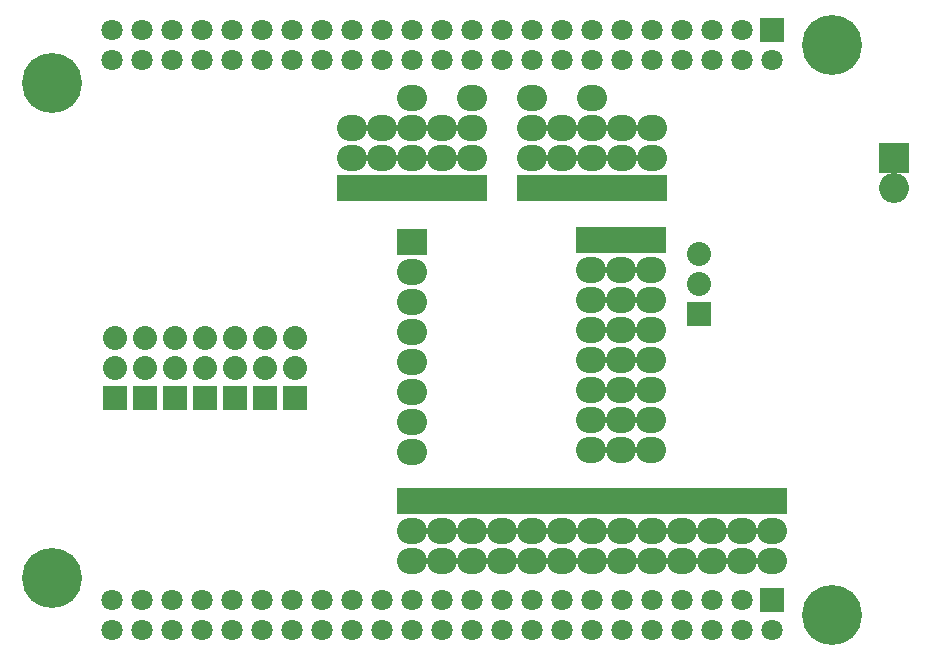
<source format=gbs>
G04 #@! TF.FileFunction,Soldermask,Bot*
%FSLAX46Y46*%
G04 Gerber Fmt 4.6, Leading zero omitted, Abs format (unit mm)*
G04 Created by KiCad (PCBNEW (after 2015-mar-04 BZR unknown)-product) date 11/20/2015 3:19:22 PM*
%MOMM*%
G01*
G04 APERTURE LIST*
%ADD10C,0.150000*%
%ADD11R,2.032000X2.032000*%
%ADD12C,2.032000*%
%ADD13R,2.540000X2.235200*%
%ADD14O,2.540000X2.235200*%
%ADD15C,5.080000*%
%ADD16R,2.159000X2.159000*%
%ADD17C,1.808480*%
%ADD18R,2.540000X2.540000*%
%ADD19O,2.540000X2.540000*%
G04 APERTURE END LIST*
D10*
D11*
X23749000Y-33020000D03*
D12*
X23749000Y-30480000D03*
X23749000Y-27940000D03*
D11*
X26289000Y-33020000D03*
D12*
X26289000Y-30480000D03*
X26289000Y-27940000D03*
D11*
X21209000Y-33020000D03*
D12*
X21209000Y-30480000D03*
X21209000Y-27940000D03*
D11*
X13589000Y-33020000D03*
D12*
X13589000Y-30480000D03*
X13589000Y-27940000D03*
D11*
X11049000Y-33020000D03*
D12*
X11049000Y-30480000D03*
X11049000Y-27940000D03*
D11*
X16129000Y-33020000D03*
D12*
X16129000Y-30480000D03*
X16129000Y-27940000D03*
D11*
X18669000Y-33020000D03*
D12*
X18669000Y-30480000D03*
X18669000Y-27940000D03*
D11*
X60452000Y-25908000D03*
D12*
X60452000Y-23368000D03*
X60452000Y-20828000D03*
D13*
X36195000Y-19812000D03*
D14*
X36195000Y-22352000D03*
X36195000Y-24892000D03*
X36195000Y-27432000D03*
X36195000Y-29972000D03*
X36195000Y-32512000D03*
X36195000Y-35052000D03*
X36195000Y-37592000D03*
D13*
X51308000Y-19685000D03*
D14*
X51308000Y-22225000D03*
X51308000Y-24765000D03*
X51308000Y-27305000D03*
X51308000Y-29845000D03*
X51308000Y-32385000D03*
X51308000Y-34925000D03*
X51308000Y-37465000D03*
D13*
X53848000Y-19685000D03*
D14*
X53848000Y-22225000D03*
X53848000Y-24765000D03*
X53848000Y-27305000D03*
X53848000Y-29845000D03*
X53848000Y-32385000D03*
X53848000Y-34925000D03*
X53848000Y-37465000D03*
D13*
X56388000Y-19685000D03*
D14*
X56388000Y-22225000D03*
X56388000Y-24765000D03*
X56388000Y-27305000D03*
X56388000Y-29845000D03*
X56388000Y-32385000D03*
X56388000Y-34925000D03*
X56388000Y-37465000D03*
D13*
X64135000Y-41783000D03*
D14*
X64135000Y-44323000D03*
X64135000Y-46863000D03*
D13*
X56515000Y-41783000D03*
D14*
X56515000Y-44323000D03*
X56515000Y-46863000D03*
D13*
X51435000Y-41783000D03*
D14*
X51435000Y-44323000D03*
X51435000Y-46863000D03*
D13*
X48895000Y-41783000D03*
D14*
X48895000Y-44323000D03*
X48895000Y-46863000D03*
D13*
X43815000Y-41783000D03*
D14*
X43815000Y-44323000D03*
X43815000Y-46863000D03*
D13*
X38735000Y-41783000D03*
D14*
X38735000Y-44323000D03*
X38735000Y-46863000D03*
D13*
X66675000Y-41783000D03*
D14*
X66675000Y-44323000D03*
X66675000Y-46863000D03*
D13*
X61595000Y-41783000D03*
D14*
X61595000Y-44323000D03*
X61595000Y-46863000D03*
D13*
X53975000Y-41783000D03*
D14*
X53975000Y-44323000D03*
X53975000Y-46863000D03*
D13*
X46355000Y-41783000D03*
D14*
X46355000Y-44323000D03*
X46355000Y-46863000D03*
D13*
X41275000Y-41783000D03*
D14*
X41275000Y-44323000D03*
X41275000Y-46863000D03*
D13*
X36195000Y-41783000D03*
D14*
X36195000Y-44323000D03*
X36195000Y-46863000D03*
D13*
X59055000Y-41783000D03*
D14*
X59055000Y-44323000D03*
X59055000Y-46863000D03*
D13*
X36195000Y-15240000D03*
D14*
X36195000Y-12700000D03*
X36195000Y-10160000D03*
X36195000Y-7620000D03*
D13*
X51435000Y-15240000D03*
D14*
X51435000Y-12700000D03*
X51435000Y-10160000D03*
X51435000Y-7620000D03*
D13*
X46355000Y-15240000D03*
D14*
X46355000Y-12700000D03*
X46355000Y-10160000D03*
X46355000Y-7620000D03*
D13*
X41275000Y-15240000D03*
D14*
X41275000Y-12700000D03*
X41275000Y-10160000D03*
X41275000Y-7620000D03*
D13*
X48895000Y-15240000D03*
D14*
X48895000Y-12700000D03*
X48895000Y-10160000D03*
D13*
X38735000Y-15240000D03*
D14*
X38735000Y-12700000D03*
X38735000Y-10160000D03*
D13*
X33655000Y-15240000D03*
D14*
X33655000Y-12700000D03*
X33655000Y-10160000D03*
D13*
X56515000Y-15240000D03*
D14*
X56515000Y-12700000D03*
X56515000Y-10160000D03*
D13*
X53975000Y-15240000D03*
D14*
X53975000Y-12700000D03*
X53975000Y-10160000D03*
D13*
X31115000Y-15240000D03*
D14*
X31115000Y-12700000D03*
X31115000Y-10160000D03*
D15*
X5715000Y-6350000D03*
X71755000Y-3175000D03*
X71755000Y-51435000D03*
X5715000Y-48260000D03*
D16*
X66675000Y-1905000D03*
D17*
X66675000Y-4445000D03*
X64135000Y-1905000D03*
X64135000Y-4445000D03*
X61595000Y-1905000D03*
X61595000Y-4445000D03*
X59055000Y-1905000D03*
X59055000Y-4445000D03*
X56515000Y-1905000D03*
X56515000Y-4445000D03*
X53975000Y-1905000D03*
X53975000Y-4445000D03*
X51435000Y-1905000D03*
X51435000Y-4445000D03*
X48895000Y-1905000D03*
X48895000Y-4445000D03*
X46355000Y-1905000D03*
X46355000Y-4445000D03*
X43815000Y-1905000D03*
X43815000Y-4445000D03*
X41275000Y-1905000D03*
X41275000Y-4445000D03*
X38735000Y-1905000D03*
X38735000Y-4445000D03*
X36195000Y-1905000D03*
X36195000Y-4445000D03*
X33655000Y-1905000D03*
X33655000Y-4445000D03*
X31115000Y-1905000D03*
X31115000Y-4445000D03*
X28575000Y-1905000D03*
X28575000Y-4445000D03*
X26035000Y-1905000D03*
X26035000Y-4445000D03*
X23495000Y-1905000D03*
X23495000Y-4445000D03*
X20955000Y-1905000D03*
X20955000Y-4445000D03*
X18415000Y-1905000D03*
X18415000Y-4445000D03*
X15875000Y-1905000D03*
X15875000Y-4445000D03*
X13335000Y-1905000D03*
X13335000Y-4445000D03*
X10795000Y-1905000D03*
X10795000Y-4445000D03*
D16*
X66675000Y-50165000D03*
D17*
X66675000Y-52705000D03*
X64135000Y-50165000D03*
X64135000Y-52705000D03*
X61595000Y-50165000D03*
X61595000Y-52705000D03*
X59055000Y-50165000D03*
X59055000Y-52705000D03*
X56515000Y-50165000D03*
X56515000Y-52705000D03*
X53975000Y-50165000D03*
X53975000Y-52705000D03*
X51435000Y-50165000D03*
X51435000Y-52705000D03*
X48895000Y-50165000D03*
X48895000Y-52705000D03*
X46355000Y-50165000D03*
X46355000Y-52705000D03*
X43815000Y-50165000D03*
X43815000Y-52705000D03*
X41275000Y-50165000D03*
X41275000Y-52705000D03*
X38735000Y-50165000D03*
X38735000Y-52705000D03*
X36195000Y-50165000D03*
X36195000Y-52705000D03*
X33655000Y-50165000D03*
X33655000Y-52705000D03*
X31115000Y-50165000D03*
X31115000Y-52705000D03*
X28575000Y-50165000D03*
X28575000Y-52705000D03*
X26035000Y-50165000D03*
X26035000Y-52705000D03*
X23495000Y-50165000D03*
X23495000Y-52705000D03*
X20955000Y-50165000D03*
X20955000Y-52705000D03*
X18415000Y-50165000D03*
X18415000Y-52705000D03*
X15875000Y-50165000D03*
X15875000Y-52705000D03*
X13335000Y-50165000D03*
X13335000Y-52705000D03*
X10795000Y-50165000D03*
X10795000Y-52705000D03*
D18*
X76962000Y-12700000D03*
D19*
X76962000Y-15240000D03*
M02*

</source>
